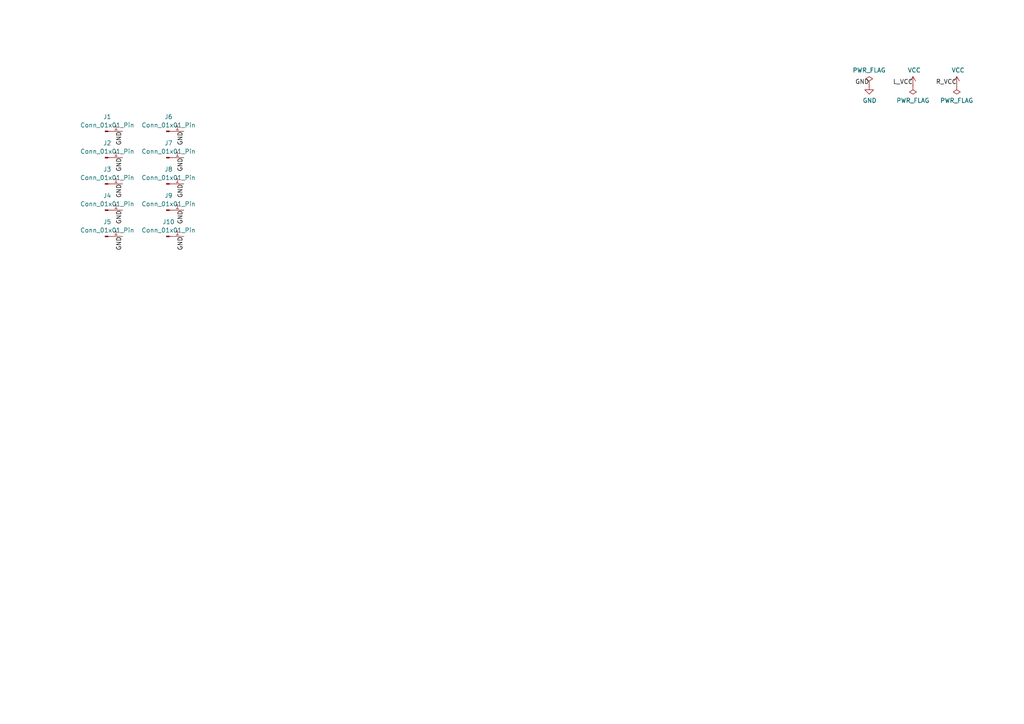
<source format=kicad_sch>
(kicad_sch (version 20230121) (generator eeschema)
  (paper "A4")
  (lib_symbols
    (symbol "Connector:Conn_01x01_Pin" (pin_names (offset 1.016) hide)
      (property "Reference" "J" (at 0 2.54 0))
      (property "Value" "Conn_01x01_Pin" (at 0 -2.54 0))
      (symbol "Conn_01x01_Pin_1_1"
        (polyline (pts (xy 1.27 0) (xy 0.8636 0)) (stroke (width 0.1524)))
        (rectangle (start 0.8636 0.127) (end 0 -0.127) (stroke (width 0.1524)) (fill (type outline)))
        (pin passive line (at 5.08 0 180) (length 3.81) (name "Pin_1") (number "1"))
      )
    )
    (symbol "power:GND" (power) (pin_names (offset 0))
      (property "Value" "GND" (at 0 -3.81 0))
      (symbol "GND_0_1"
        (polyline (pts (xy 0 0) (xy 0 -1.27) (xy 1.27 -1.27) (xy 0 -2.54) (xy -1.27 -1.27) (xy 0 -1.27)))
      )
      (symbol "GND_1_1"
        (pin power_in line (at 0 0 270) (length 0) hide (name "GND") (number "1"))
      )
    )
    (symbol "power:PWR_FLAG" (power) (pin_numbers hide) (pin_names (offset 0) hide)
      (property "Value" "PWR_FLAG" (at 0 3.81 0))
      (symbol "PWR_FLAG_0_0"
        (pin power_out line (at 0 0 90) (length 0) (name "pwr") (number "1"))
      )
      (symbol "PWR_FLAG_0_1"
        (polyline (pts (xy 0 0) (xy 0 1.27) (xy -1.016 1.905) (xy 0 2.54) (xy 1.016 1.905) (xy 0 1.27)))
      )
    )
    (symbol "power:VCC" (power) (pin_names (offset 0))
      (property "Value" "VCC" (at 0 3.81 0))
      (symbol "VCC_0_1"
        (polyline (pts (xy -0.762 1.27) (xy 0 2.54)))
        (polyline (pts (xy 0 0) (xy 0 2.54)))
        (polyline (pts (xy 0 2.54) (xy 0.762 1.27)))
      )
      (symbol "VCC_1_1"
        (pin power_in line (at 0 0 90) (length 0) hide (name "VCC") (number "1"))
      )
    )
  )
  (label "GND" (at 35.56 38.1 270))
  (label "GND" (at 35.56 60.96 270))
  (label "GND" (at 252.095 24.765 180))
  (label "GND" (at 35.56 53.34 270))
  (label "GND" (at 53.34 68.58 270))
  (label "GND" (at 53.34 38.1 270))
  (label "GND" (at 35.56 68.58 270))
  (label "R_VCC" (at 277.495 24.765 180))
  (label "GND" (at 35.56 45.72 270))
  (label "GND" (at 53.34 45.72 270))
  (label "L_VCC" (at 264.795 24.765 180))
  (label "GND" (at 53.34 60.96 270))
  (label "GND" (at 53.34 53.34 270))
  (symbol (lib_id "Connector:Conn_01x01_Pin") (at 30.48 53.34 0) (unit 1)
    (property "Reference" "J3" (at 31.115 49.1195 0))
    (property "Value" "Conn_01x01_Pin" (at 31.115 51.5437 0))
    (property "Footprint" "kbd_SW_Hole:SW_Hole_1u" (effects hide))
  )
  (symbol (lib_id "Connector:Conn_01x01_Pin") (at 48.26 60.96 0) (unit 1)
    (property "Reference" "J9" (at 48.895 56.7395 0))
    (property "Value" "Conn_01x01_Pin" (at 48.895 59.1637 0))
    (property "Footprint" "kbd_SW_Hole:SW_Hole_1u" (effects hide))
  )
  (symbol (lib_id "Connector:Conn_01x01_Pin") (at 30.48 38.1 0) (unit 1)
    (property "Reference" "J1" (at 31.115 33.8795 0))
    (property "Value" "Conn_01x01_Pin" (at 31.115 36.3037 0))
    (property "Footprint" "kbd_SW_Hole:SW_Hole_1u" (effects hide))
  )
  (symbol (lib_id "power:PWR_FLAG") (at 277.495 24.765 180) (unit 1)
    (property "Reference" "#FLG03" (effects hide))
    (property "Value" "PWR_FLAG" (at 277.495 29.1592 0))
  )
  (symbol (lib_id "Connector:Conn_01x01_Pin") (at 30.48 45.72 0) (unit 1)
    (property "Reference" "J2" (at 31.115 41.4995 0))
    (property "Value" "Conn_01x01_Pin" (at 31.115 43.9237 0))
    (property "Footprint" "kbd_SW_Hole:SW_Hole_1u" (effects hide))
  )
  (symbol (lib_id "power:PWR_FLAG") (at 252.095 24.765 0) (unit 1)
    (property "Reference" "#FLG01" (effects hide))
    (property "Value" "PWR_FLAG" (at 252.095 20.3708 0))
  )
  (symbol (lib_id "Connector:Conn_01x01_Pin") (at 30.48 60.96 0) (unit 1)
    (property "Reference" "J4" (at 31.115 56.7395 0))
    (property "Value" "Conn_01x01_Pin" (at 31.115 59.1637 0))
    (property "Footprint" "kbd_SW_Hole:SW_Hole_1u" (effects hide))
  )
  (symbol (lib_id "power:PWR_FLAG") (at 264.795 24.765 180) (unit 1)
    (property "Reference" "#FLG02" (effects hide))
    (property "Value" "PWR_FLAG" (at 264.795 29.1592 0))
  )
  (symbol (lib_id "power:VCC") (at 264.795 24.765 0) (unit 1)
    (property "Reference" "#PWR02" (effects hide))
    (property "Value" "VCC" (at 265.176 20.3708 0))
  )
  (symbol (lib_id "Connector:Conn_01x01_Pin") (at 30.48 68.58 0) (unit 1)
    (property "Reference" "J5" (at 31.115 64.3595 0))
    (property "Value" "Conn_01x01_Pin" (at 31.115 66.7837 0))
    (property "Footprint" "kbd_SW_Hole:SW_Hole_1u" (effects hide))
  )
  (symbol (lib_id "Connector:Conn_01x01_Pin") (at 48.26 68.58 0) (unit 1)
    (property "Reference" "J10" (at 48.895 64.3595 0))
    (property "Value" "Conn_01x01_Pin" (at 48.895 66.7837 0))
    (property "Footprint" "kbd_SW_Hole:SW_Hole_1u" (effects hide))
  )
  (symbol (lib_id "power:VCC") (at 277.495 24.765 0) (unit 1)
    (property "Reference" "#PWR03" (effects hide))
    (property "Value" "VCC" (at 277.876 20.3708 0))
  )
  (symbol (lib_id "Connector:Conn_01x01_Pin") (at 48.26 38.1 0) (unit 1)
    (property "Reference" "J6" (at 48.895 33.8795 0))
    (property "Value" "Conn_01x01_Pin" (at 48.895 36.3037 0))
    (property "Footprint" "kbd_SW_Hole:SW_Hole_1u" (effects hide))
  )
  (symbol (lib_id "Connector:Conn_01x01_Pin") (at 48.26 53.34 0) (unit 1)
    (property "Reference" "J8" (at 48.895 49.1195 0))
    (property "Value" "Conn_01x01_Pin" (at 48.895 51.5437 0))
    (property "Footprint" "kbd_SW_Hole:SW_Hole_1u" (effects hide))
  )
  (symbol (lib_id "Connector:Conn_01x01_Pin") (at 48.26 45.72 0) (unit 1)
    (property "Reference" "J7" (at 48.895 41.4995 0))
    (property "Value" "Conn_01x01_Pin" (at 48.895 43.9237 0))
    (property "Footprint" "kbd_SW_Hole:SW_Hole_1u" (effects hide))
  )
  (symbol (lib_id "power:GND") (at 252.095 24.765 0) (unit 1)
    (property "Reference" "#PWR01" (effects hide))
    (property "Value" "GND" (at 252.222 29.1592 0))
  )
)
</source>
